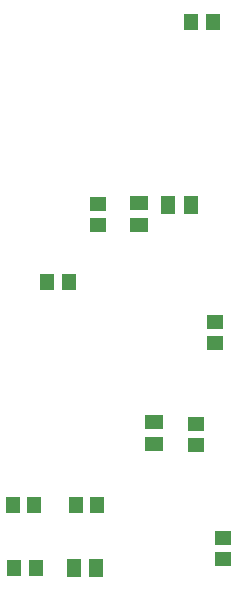
<source format=gbr>
%TF.GenerationSoftware,Altium Limited,Altium Designer,25.8.1 (18)*%
G04 Layer_Color=8421504*
%FSLAX45Y45*%
%MOMM*%
%TF.SameCoordinates,EFCC0B50-9DCE-48EA-B2C5-4199F32896F4*%
%TF.FilePolarity,Positive*%
%TF.FileFunction,Paste,Top*%
%TF.Part,Single*%
G01*
G75*
%TA.AperFunction,SMDPad,CuDef*%
%ADD10R,1.40000X1.20000*%
%ADD11R,1.20000X1.40000*%
%ADD12R,1.50000X1.30000*%
%ADD13R,1.30000X1.50000*%
D10*
X4660900Y8776800D02*
D03*
X4889500Y7811600D02*
D03*
X3835400Y10642600D02*
D03*
Y10462600D02*
D03*
X4889500Y7631600D02*
D03*
X4660900Y8596800D02*
D03*
X4826000Y9460400D02*
D03*
Y9640400D02*
D03*
D11*
X4801700Y12179300D02*
D03*
X3289300Y8089900D02*
D03*
X3643800D02*
D03*
X4621700Y12179300D02*
D03*
X3123100Y7556500D02*
D03*
X3303100D02*
D03*
X3109300Y8089900D02*
D03*
X3823800D02*
D03*
X3583600Y9982200D02*
D03*
X3403600D02*
D03*
D12*
X4178300Y10648701D02*
D03*
Y10458699D02*
D03*
X4305300Y8604499D02*
D03*
Y8794501D02*
D03*
D13*
X4426199Y10629900D02*
D03*
X4616201D02*
D03*
X3816101Y7556500D02*
D03*
X3626099D02*
D03*
%TF.MD5,a068e75e186940aa938329564e2a6218*%
M02*

</source>
